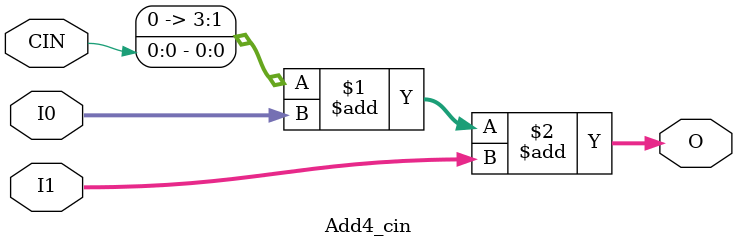
<source format=v>
module Add4_cin (
    input [3:0] I0,
    input [3:0] I1,
    output [3:0] O,
    input CIN
);
assign O = (({1'b0,1'b0,1'b0,CIN}) + I0) + I1;
endmodule


</source>
